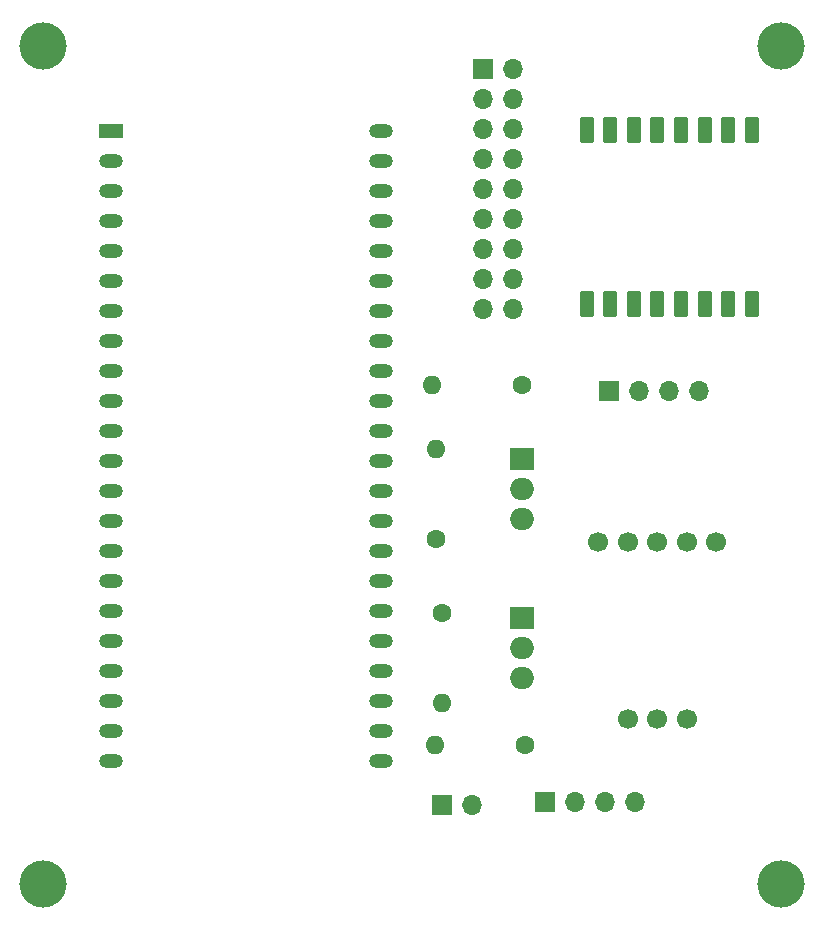
<source format=gbr>
%TF.GenerationSoftware,KiCad,Pcbnew,8.0.5*%
%TF.CreationDate,2025-05-05T01:51:08+02:00*%
%TF.ProjectId,nodo_sensor,6e6f646f-5f73-4656-9e73-6f722e6b6963,rev?*%
%TF.SameCoordinates,Original*%
%TF.FileFunction,Soldermask,Top*%
%TF.FilePolarity,Negative*%
%FSLAX46Y46*%
G04 Gerber Fmt 4.6, Leading zero omitted, Abs format (unit mm)*
G04 Created by KiCad (PCBNEW 8.0.5) date 2025-05-05 01:51:08*
%MOMM*%
%LPD*%
G01*
G04 APERTURE LIST*
G04 Aperture macros list*
%AMRoundRect*
0 Rectangle with rounded corners*
0 $1 Rounding radius*
0 $2 $3 $4 $5 $6 $7 $8 $9 X,Y pos of 4 corners*
0 Add a 4 corners polygon primitive as box body*
4,1,4,$2,$3,$4,$5,$6,$7,$8,$9,$2,$3,0*
0 Add four circle primitives for the rounded corners*
1,1,$1+$1,$2,$3*
1,1,$1+$1,$4,$5*
1,1,$1+$1,$6,$7*
1,1,$1+$1,$8,$9*
0 Add four rect primitives between the rounded corners*
20,1,$1+$1,$2,$3,$4,$5,0*
20,1,$1+$1,$4,$5,$6,$7,0*
20,1,$1+$1,$6,$7,$8,$9,0*
20,1,$1+$1,$8,$9,$2,$3,0*%
G04 Aperture macros list end*
%ADD10C,4.000000*%
%ADD11RoundRect,0.102000X-0.525000X0.975000X-0.525000X-0.975000X0.525000X-0.975000X0.525000X0.975000X0*%
%ADD12C,1.600000*%
%ADD13O,1.600000X1.600000*%
%ADD14R,1.700000X1.700000*%
%ADD15O,1.700000X1.700000*%
%ADD16R,2.000000X1.905000*%
%ADD17O,2.000000X1.905000*%
%ADD18C,1.700000*%
%ADD19R,2.000000X1.200000*%
%ADD20O,2.000000X1.200000*%
G04 APERTURE END LIST*
D10*
%TO.C,REF\u002A\u002A*%
X176250000Y-144750000D03*
%TD*%
D11*
%TO.C,LoRaSX1*%
X173750000Y-80850000D03*
X171750000Y-80850000D03*
X169750000Y-80850000D03*
X167750000Y-80850000D03*
X165750000Y-80850000D03*
X163750000Y-80850000D03*
X161750000Y-80850000D03*
X159750000Y-80850000D03*
X159750000Y-95650000D03*
X161750000Y-95650000D03*
X163750000Y-95650000D03*
X165750000Y-95650000D03*
X167750000Y-95650000D03*
X169750000Y-95650000D03*
X171750000Y-95650000D03*
X173750000Y-95650000D03*
%TD*%
D12*
%TO.C,RS1*%
X154310000Y-102500000D03*
D13*
X146690000Y-102500000D03*
%TD*%
D14*
%TO.C,J3*%
X156200000Y-137750000D03*
D15*
X158740000Y-137750000D03*
X161280000Y-137750000D03*
X163820000Y-137750000D03*
%TD*%
D14*
%TO.C,J1*%
X147475000Y-138000000D03*
D15*
X150015000Y-138000000D03*
%TD*%
D16*
%TO.C,Q2*%
X154250000Y-122250000D03*
D17*
X154250000Y-124790000D03*
X154250000Y-127330000D03*
%TD*%
D18*
%TO.C,MAX1*%
X160750000Y-115750000D03*
X163250000Y-115750000D03*
X165750000Y-115750000D03*
X168250000Y-115750000D03*
X170750000Y-115750000D03*
X163250000Y-130750000D03*
X165750000Y-130750000D03*
X168250000Y-130750000D03*
%TD*%
D10*
%TO.C,REF\u002A\u002A*%
X113750000Y-144750000D03*
%TD*%
D14*
%TO.C,J2*%
X161670000Y-103000000D03*
D15*
X164210000Y-103000000D03*
X166750000Y-103000000D03*
X169290000Y-103000000D03*
%TD*%
D16*
%TO.C,Q1*%
X154250000Y-108750000D03*
D17*
X154250000Y-111290000D03*
X154250000Y-113830000D03*
%TD*%
D10*
%TO.C,REF\u002A\u002A*%
X176250000Y-73750000D03*
%TD*%
D12*
%TO.C,RG2*%
X147500000Y-121750000D03*
D13*
X147500000Y-129370000D03*
%TD*%
D19*
%TO.C,U1*%
X119455000Y-81008120D03*
D20*
X119455000Y-83548120D03*
X119455000Y-86088120D03*
X119455000Y-88628120D03*
X119455000Y-91168120D03*
X119455000Y-93708120D03*
X119455000Y-96248120D03*
X119455000Y-98788120D03*
X119455000Y-101328120D03*
X119455000Y-103868120D03*
X119455000Y-106408120D03*
X119455000Y-108948120D03*
X119455000Y-111488120D03*
X119455000Y-114028120D03*
X119455000Y-116568120D03*
X119455000Y-119108120D03*
X119455000Y-121648120D03*
X119455000Y-124188120D03*
X119455000Y-126728120D03*
X119451320Y-129265400D03*
X119451320Y-131805400D03*
X119451320Y-134345400D03*
X142315000Y-134348120D03*
X142315000Y-131808120D03*
X142315000Y-129268120D03*
X142315000Y-126728120D03*
X142315000Y-124188120D03*
X142315000Y-121648120D03*
X142315000Y-119108120D03*
X142315000Y-116568120D03*
X142315000Y-114028120D03*
X142315000Y-111488120D03*
X142315000Y-108948120D03*
X142315000Y-106408120D03*
X142315000Y-103868120D03*
X142315000Y-101328120D03*
X142315000Y-98788120D03*
X142315000Y-96248120D03*
X142315000Y-93708120D03*
X142315000Y-91168120D03*
X142315000Y-88628120D03*
X142315000Y-86088120D03*
X142315000Y-83548120D03*
X142315000Y-81008120D03*
%TD*%
D12*
%TO.C,RS2*%
X154560000Y-133000000D03*
D13*
X146940000Y-133000000D03*
%TD*%
D12*
%TO.C,RG1*%
X147000000Y-115560000D03*
D13*
X147000000Y-107940000D03*
%TD*%
D10*
%TO.C,REF\u002A\u002A*%
X113750000Y-73750000D03*
%TD*%
D14*
%TO.C,J4*%
X151000000Y-75750000D03*
D15*
X153540000Y-75750000D03*
X151000000Y-78290000D03*
X153540000Y-78290000D03*
X151000000Y-80830000D03*
X153540000Y-80830000D03*
X151000000Y-83370000D03*
X153540000Y-83370000D03*
X151000000Y-85910000D03*
X153540000Y-85910000D03*
X151000000Y-88450000D03*
X153540000Y-88450000D03*
X151000000Y-90990000D03*
X153540000Y-90990000D03*
X151000000Y-93530000D03*
X153540000Y-93530000D03*
X151000000Y-96070000D03*
X153540000Y-96070000D03*
%TD*%
M02*

</source>
